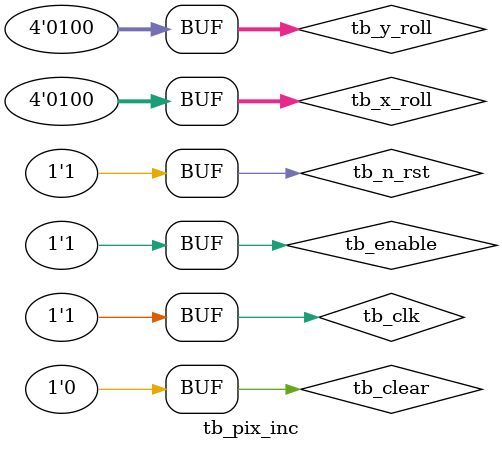
<source format=sv>

`timescale 1ns / 100ps

module tb_pix_inc ();

	// Define parameters
	// basic test bench parameters
	localparam CLK_PERIOD = 2.5;
	localparam NUM_CNT_BITS = 4;
	localparam NUM_X_BITS = 4;
	localparam NUM_Y_BITS = 4;

	// Shared Test Variables
	reg tb_clk;
	logic tb_n_rst;
	logic tb_clear;
	logic tb_enable;
	logic [NUM_CNT_BITS-1:0] tb_x_roll;
	logic [NUM_CNT_BITS-1:0] tb_y_roll;
	logic [NUM_CNT_BITS-1:0] tb_count_out;
	logic [NUM_Y_BITS-1:0] tb_x;
	logic [NUM_Y_BITS-1:0] tb_y;
	logic tb_done;
	
	// Clock generation block
	always
	begin
		tb_clk = 1'b0;
		#(CLK_PERIOD/2.0);
		tb_clk = 1'b1;
		#(CLK_PERIOD/2.0);
	end

	pix_inc XY_CNT
	(
		.wr_clk(tb_clk), //wr = wrapper variable
		.wr_n_rst(tb_n_rst),
		.wr_counter_enable(tb_enable),
		.x_max(tb_x_roll), //Preset
		.y_max(tb_y_roll), //Preset?
		.wr_clear(tb_clear),
	
		.x_value(tb_x),
		.y_value(tb_y),
		.done(tb_done)
	);
	
	initial begin
		#(CLK_PERIOD/2.0);
		tb_n_rst = 0;
		tb_clear = 0;
		tb_enable = 0;
		tb_x_roll = 3'b100;
		tb_y_roll = 3'b100;

		#(CLK_PERIOD/2.0);
		tb_enable = 1'b1;

		#(CLK_PERIOD*4);
		tb_n_rst=1;
		#(CLK_PERIOD*4);
		tb_enable=1;
		#(CLK_PERIOD*4);
		tb_clear = 1;
		#(CLK_PERIOD*4);
		tb_clear = 0;
		#(CLK_PERIOD*4);
		//tb_enable = 0;
		#(CLK_PERIOD*4);
		//tb_clear = 1;
		
	end
endmodule


</source>
